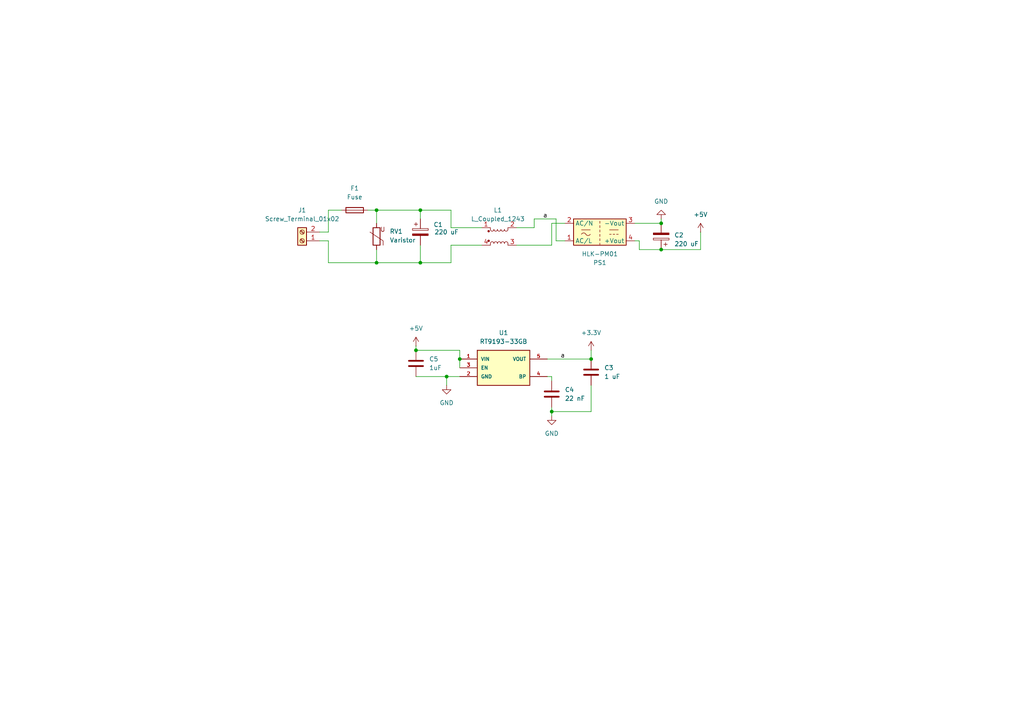
<source format=kicad_sch>
(kicad_sch
	(version 20250114)
	(generator "eeschema")
	(generator_version "9.0")
	(uuid "0280c4c4-278a-4801-9f10-c3d51c019976")
	(paper "A4")
	(lib_symbols
		(symbol "Connector:Screw_Terminal_01x02"
			(pin_names
				(offset 1.016)
				(hide yes)
			)
			(exclude_from_sim no)
			(in_bom yes)
			(on_board yes)
			(property "Reference" "J"
				(at 0 2.54 0)
				(effects
					(font
						(size 1.27 1.27)
					)
				)
			)
			(property "Value" "Screw_Terminal_01x02"
				(at 0 -5.08 0)
				(effects
					(font
						(size 1.27 1.27)
					)
				)
			)
			(property "Footprint" ""
				(at 0 0 0)
				(effects
					(font
						(size 1.27 1.27)
					)
					(hide yes)
				)
			)
			(property "Datasheet" "~"
				(at 0 0 0)
				(effects
					(font
						(size 1.27 1.27)
					)
					(hide yes)
				)
			)
			(property "Description" "Generic screw terminal, single row, 01x02, script generated (kicad-library-utils/schlib/autogen/connector/)"
				(at 0 0 0)
				(effects
					(font
						(size 1.27 1.27)
					)
					(hide yes)
				)
			)
			(property "ki_keywords" "screw terminal"
				(at 0 0 0)
				(effects
					(font
						(size 1.27 1.27)
					)
					(hide yes)
				)
			)
			(property "ki_fp_filters" "TerminalBlock*:*"
				(at 0 0 0)
				(effects
					(font
						(size 1.27 1.27)
					)
					(hide yes)
				)
			)
			(symbol "Screw_Terminal_01x02_1_1"
				(rectangle
					(start -1.27 1.27)
					(end 1.27 -3.81)
					(stroke
						(width 0.254)
						(type default)
					)
					(fill
						(type background)
					)
				)
				(polyline
					(pts
						(xy -0.5334 0.3302) (xy 0.3302 -0.508)
					)
					(stroke
						(width 0.1524)
						(type default)
					)
					(fill
						(type none)
					)
				)
				(polyline
					(pts
						(xy -0.5334 -2.2098) (xy 0.3302 -3.048)
					)
					(stroke
						(width 0.1524)
						(type default)
					)
					(fill
						(type none)
					)
				)
				(polyline
					(pts
						(xy -0.3556 0.508) (xy 0.508 -0.3302)
					)
					(stroke
						(width 0.1524)
						(type default)
					)
					(fill
						(type none)
					)
				)
				(polyline
					(pts
						(xy -0.3556 -2.032) (xy 0.508 -2.8702)
					)
					(stroke
						(width 0.1524)
						(type default)
					)
					(fill
						(type none)
					)
				)
				(circle
					(center 0 0)
					(radius 0.635)
					(stroke
						(width 0.1524)
						(type default)
					)
					(fill
						(type none)
					)
				)
				(circle
					(center 0 -2.54)
					(radius 0.635)
					(stroke
						(width 0.1524)
						(type default)
					)
					(fill
						(type none)
					)
				)
				(pin passive line
					(at -5.08 0 0)
					(length 3.81)
					(name "Pin_1"
						(effects
							(font
								(size 1.27 1.27)
							)
						)
					)
					(number "1"
						(effects
							(font
								(size 1.27 1.27)
							)
						)
					)
				)
				(pin passive line
					(at -5.08 -2.54 0)
					(length 3.81)
					(name "Pin_2"
						(effects
							(font
								(size 1.27 1.27)
							)
						)
					)
					(number "2"
						(effects
							(font
								(size 1.27 1.27)
							)
						)
					)
				)
			)
			(embedded_fonts no)
		)
		(symbol "Converter_ACDC:HLK-PM01"
			(exclude_from_sim no)
			(in_bom yes)
			(on_board yes)
			(property "Reference" "PS"
				(at 0 5.08 0)
				(effects
					(font
						(size 1.27 1.27)
					)
				)
			)
			(property "Value" "HLK-PM01"
				(at 0 -5.08 0)
				(effects
					(font
						(size 1.27 1.27)
					)
				)
			)
			(property "Footprint" "Converter_ACDC:Converter_ACDC_Hi-Link_HLK-PMxx"
				(at 0 -7.62 0)
				(effects
					(font
						(size 1.27 1.27)
					)
					(hide yes)
				)
			)
			(property "Datasheet" "https://h.hlktech.com/download/ACDC%E7%94%B5%E6%BA%90%E6%A8%A1%E5%9D%973W%E7%B3%BB%E5%88%97/1/%E6%B5%B7%E5%87%8C%E7%A7%913W%E7%B3%BB%E5%88%97%E7%94%B5%E6%BA%90%E6%A8%A1%E5%9D%97%E8%A7%84%E6%A0%BC%E4%B9%A6V2.8.pdf"
				(at 10.16 -8.89 0)
				(effects
					(font
						(size 1.27 1.27)
					)
					(hide yes)
				)
			)
			(property "Description" "Compact AC/DC board mount power module 3W 5V"
				(at 0 0 0)
				(effects
					(font
						(size 1.27 1.27)
					)
					(hide yes)
				)
			)
			(property "ki_keywords" "AC/DC module power supply"
				(at 0 0 0)
				(effects
					(font
						(size 1.27 1.27)
					)
					(hide yes)
				)
			)
			(property "ki_fp_filters" "Converter*ACDC*Hi?Link*HLK?PM*"
				(at 0 0 0)
				(effects
					(font
						(size 1.27 1.27)
					)
					(hide yes)
				)
			)
			(symbol "HLK-PM01_0_1"
				(rectangle
					(start -7.62 3.81)
					(end 7.62 -3.81)
					(stroke
						(width 0.254)
						(type default)
					)
					(fill
						(type background)
					)
				)
				(polyline
					(pts
						(xy -5.334 -0.635) (xy -2.794 -0.635)
					)
					(stroke
						(width 0)
						(type default)
					)
					(fill
						(type none)
					)
				)
				(arc
					(start -4.064 0.635)
					(mid -4.699 0.2495)
					(end -5.334 0.635)
					(stroke
						(width 0)
						(type default)
					)
					(fill
						(type none)
					)
				)
				(arc
					(start -4.064 0.635)
					(mid -3.429 1.0072)
					(end -2.794 0.635)
					(stroke
						(width 0)
						(type default)
					)
					(fill
						(type none)
					)
				)
				(polyline
					(pts
						(xy 0 3.81) (xy 0 3.175)
					)
					(stroke
						(width 0)
						(type default)
					)
					(fill
						(type none)
					)
				)
				(polyline
					(pts
						(xy 0 2.54) (xy 0 1.905)
					)
					(stroke
						(width 0)
						(type default)
					)
					(fill
						(type none)
					)
				)
				(polyline
					(pts
						(xy 0 1.27) (xy 0 0.635)
					)
					(stroke
						(width 0)
						(type default)
					)
					(fill
						(type none)
					)
				)
				(polyline
					(pts
						(xy 0 0) (xy 0 -0.635)
					)
					(stroke
						(width 0)
						(type default)
					)
					(fill
						(type none)
					)
				)
				(polyline
					(pts
						(xy 0 -1.27) (xy 0 -1.905)
					)
					(stroke
						(width 0)
						(type default)
					)
					(fill
						(type none)
					)
				)
				(polyline
					(pts
						(xy 0 -2.54) (xy 0 -3.175)
					)
					(stroke
						(width 0)
						(type default)
					)
					(fill
						(type none)
					)
				)
				(polyline
					(pts
						(xy 2.794 0.635) (xy 3.302 0.635)
					)
					(stroke
						(width 0)
						(type default)
					)
					(fill
						(type none)
					)
				)
				(polyline
					(pts
						(xy 2.794 -0.635) (xy 5.334 -0.635)
					)
					(stroke
						(width 0)
						(type default)
					)
					(fill
						(type none)
					)
				)
				(polyline
					(pts
						(xy 3.81 0.635) (xy 4.318 0.635)
					)
					(stroke
						(width 0)
						(type default)
					)
					(fill
						(type none)
					)
				)
				(polyline
					(pts
						(xy 4.826 0.635) (xy 5.334 0.635)
					)
					(stroke
						(width 0)
						(type default)
					)
					(fill
						(type none)
					)
				)
			)
			(symbol "HLK-PM01_1_1"
				(pin power_in line
					(at -10.16 2.54 0)
					(length 2.54)
					(name "AC/L"
						(effects
							(font
								(size 1.27 1.27)
							)
						)
					)
					(number "1"
						(effects
							(font
								(size 1.27 1.27)
							)
						)
					)
				)
				(pin power_in line
					(at -10.16 -2.54 0)
					(length 2.54)
					(name "AC/N"
						(effects
							(font
								(size 1.27 1.27)
							)
						)
					)
					(number "2"
						(effects
							(font
								(size 1.27 1.27)
							)
						)
					)
				)
				(pin power_out line
					(at 10.16 2.54 180)
					(length 2.54)
					(name "+Vout"
						(effects
							(font
								(size 1.27 1.27)
							)
						)
					)
					(number "4"
						(effects
							(font
								(size 1.27 1.27)
							)
						)
					)
				)
				(pin power_out line
					(at 10.16 -2.54 180)
					(length 2.54)
					(name "-Vout"
						(effects
							(font
								(size 1.27 1.27)
							)
						)
					)
					(number "3"
						(effects
							(font
								(size 1.27 1.27)
							)
						)
					)
				)
			)
			(embedded_fonts no)
		)
		(symbol "Device:C_Polarized"
			(pin_numbers
				(hide yes)
			)
			(pin_names
				(offset 0.254)
			)
			(exclude_from_sim no)
			(in_bom yes)
			(on_board yes)
			(property "Reference" "C"
				(at 0.635 2.54 0)
				(effects
					(font
						(size 1.27 1.27)
					)
					(justify left)
				)
			)
			(property "Value" "C_Polarized"
				(at 0.635 -2.54 0)
				(effects
					(font
						(size 1.27 1.27)
					)
					(justify left)
				)
			)
			(property "Footprint" ""
				(at 0.9652 -3.81 0)
				(effects
					(font
						(size 1.27 1.27)
					)
					(hide yes)
				)
			)
			(property "Datasheet" "~"
				(at 0 0 0)
				(effects
					(font
						(size 1.27 1.27)
					)
					(hide yes)
				)
			)
			(property "Description" "Polarized capacitor"
				(at 0 0 0)
				(effects
					(font
						(size 1.27 1.27)
					)
					(hide yes)
				)
			)
			(property "ki_keywords" "cap capacitor"
				(at 0 0 0)
				(effects
					(font
						(size 1.27 1.27)
					)
					(hide yes)
				)
			)
			(property "ki_fp_filters" "CP_*"
				(at 0 0 0)
				(effects
					(font
						(size 1.27 1.27)
					)
					(hide yes)
				)
			)
			(symbol "C_Polarized_0_1"
				(rectangle
					(start -2.286 0.508)
					(end 2.286 1.016)
					(stroke
						(width 0)
						(type default)
					)
					(fill
						(type none)
					)
				)
				(polyline
					(pts
						(xy -1.778 2.286) (xy -0.762 2.286)
					)
					(stroke
						(width 0)
						(type default)
					)
					(fill
						(type none)
					)
				)
				(polyline
					(pts
						(xy -1.27 2.794) (xy -1.27 1.778)
					)
					(stroke
						(width 0)
						(type default)
					)
					(fill
						(type none)
					)
				)
				(rectangle
					(start 2.286 -0.508)
					(end -2.286 -1.016)
					(stroke
						(width 0)
						(type default)
					)
					(fill
						(type outline)
					)
				)
			)
			(symbol "C_Polarized_1_1"
				(pin passive line
					(at 0 3.81 270)
					(length 2.794)
					(name "~"
						(effects
							(font
								(size 1.27 1.27)
							)
						)
					)
					(number "1"
						(effects
							(font
								(size 1.27 1.27)
							)
						)
					)
				)
				(pin passive line
					(at 0 -3.81 90)
					(length 2.794)
					(name "~"
						(effects
							(font
								(size 1.27 1.27)
							)
						)
					)
					(number "2"
						(effects
							(font
								(size 1.27 1.27)
							)
						)
					)
				)
			)
			(embedded_fonts no)
		)
		(symbol "Device:Fuse"
			(pin_numbers
				(hide yes)
			)
			(pin_names
				(offset 0)
			)
			(exclude_from_sim no)
			(in_bom yes)
			(on_board yes)
			(property "Reference" "F"
				(at 2.032 0 90)
				(effects
					(font
						(size 1.27 1.27)
					)
				)
			)
			(property "Value" "Fuse"
				(at -1.905 0 90)
				(effects
					(font
						(size 1.27 1.27)
					)
				)
			)
			(property "Footprint" ""
				(at -1.778 0 90)
				(effects
					(font
						(size 1.27 1.27)
					)
					(hide yes)
				)
			)
			(property "Datasheet" "~"
				(at 0 0 0)
				(effects
					(font
						(size 1.27 1.27)
					)
					(hide yes)
				)
			)
			(property "Description" "Fuse"
				(at 0 0 0)
				(effects
					(font
						(size 1.27 1.27)
					)
					(hide yes)
				)
			)
			(property "ki_keywords" "fuse"
				(at 0 0 0)
				(effects
					(font
						(size 1.27 1.27)
					)
					(hide yes)
				)
			)
			(property "ki_fp_filters" "*Fuse*"
				(at 0 0 0)
				(effects
					(font
						(size 1.27 1.27)
					)
					(hide yes)
				)
			)
			(symbol "Fuse_0_1"
				(rectangle
					(start -0.762 -2.54)
					(end 0.762 2.54)
					(stroke
						(width 0.254)
						(type default)
					)
					(fill
						(type none)
					)
				)
				(polyline
					(pts
						(xy 0 2.54) (xy 0 -2.54)
					)
					(stroke
						(width 0)
						(type default)
					)
					(fill
						(type none)
					)
				)
			)
			(symbol "Fuse_1_1"
				(pin passive line
					(at 0 3.81 270)
					(length 1.27)
					(name "~"
						(effects
							(font
								(size 1.27 1.27)
							)
						)
					)
					(number "1"
						(effects
							(font
								(size 1.27 1.27)
							)
						)
					)
				)
				(pin passive line
					(at 0 -3.81 90)
					(length 1.27)
					(name "~"
						(effects
							(font
								(size 1.27 1.27)
							)
						)
					)
					(number "2"
						(effects
							(font
								(size 1.27 1.27)
							)
						)
					)
				)
			)
			(embedded_fonts no)
		)
		(symbol "Device:L_Coupled_1243"
			(pin_names
				(offset 0.254)
				(hide yes)
			)
			(exclude_from_sim no)
			(in_bom yes)
			(on_board yes)
			(property "Reference" "L"
				(at 0 4.445 0)
				(effects
					(font
						(size 1.27 1.27)
					)
				)
			)
			(property "Value" "L_Coupled_1243"
				(at 0 -4.445 0)
				(effects
					(font
						(size 1.27 1.27)
					)
				)
			)
			(property "Footprint" ""
				(at 0 0 0)
				(effects
					(font
						(size 1.27 1.27)
					)
					(hide yes)
				)
			)
			(property "Datasheet" "~"
				(at 0 0 0)
				(effects
					(font
						(size 1.27 1.27)
					)
					(hide yes)
				)
			)
			(property "Description" "Coupled inductor"
				(at 0 0 0)
				(effects
					(font
						(size 1.27 1.27)
					)
					(hide yes)
				)
			)
			(property "ki_keywords" "inductor choke coil reactor magnetic coupled"
				(at 0 0 0)
				(effects
					(font
						(size 1.27 1.27)
					)
					(hide yes)
				)
			)
			(property "ki_fp_filters" "Choke_* *Coil* Inductor_* L_*"
				(at 0 0 0)
				(effects
					(font
						(size 1.27 1.27)
					)
					(hide yes)
				)
			)
			(symbol "L_Coupled_1243_0_1"
				(circle
					(center -3.048 1.524)
					(radius 0.254)
					(stroke
						(width 0)
						(type default)
					)
					(fill
						(type outline)
					)
				)
				(circle
					(center -3.048 -1.27)
					(radius 0.254)
					(stroke
						(width 0)
						(type default)
					)
					(fill
						(type outline)
					)
				)
				(polyline
					(pts
						(xy -2.54 2.032) (xy -2.54 2.54)
					)
					(stroke
						(width 0)
						(type default)
					)
					(fill
						(type none)
					)
				)
				(polyline
					(pts
						(xy -2.54 -2.032) (xy -2.54 -2.54)
					)
					(stroke
						(width 0)
						(type default)
					)
					(fill
						(type none)
					)
				)
				(arc
					(start -1.524 2.032)
					(mid -2.032 1.5262)
					(end -2.54 2.032)
					(stroke
						(width 0)
						(type default)
					)
					(fill
						(type none)
					)
				)
				(arc
					(start -2.54 -2.032)
					(mid -2.032 -1.5262)
					(end -1.524 -2.032)
					(stroke
						(width 0)
						(type default)
					)
					(fill
						(type none)
					)
				)
				(arc
					(start -0.508 2.032)
					(mid -1.016 1.5262)
					(end -1.524 2.032)
					(stroke
						(width 0)
						(type default)
					)
					(fill
						(type none)
					)
				)
				(arc
					(start -1.524 -2.032)
					(mid -1.016 -1.5262)
					(end -0.508 -2.032)
					(stroke
						(width 0)
						(type default)
					)
					(fill
						(type none)
					)
				)
				(arc
					(start 0.508 2.032)
					(mid 0 1.5262)
					(end -0.508 2.032)
					(stroke
						(width 0)
						(type default)
					)
					(fill
						(type none)
					)
				)
				(arc
					(start -0.508 -2.032)
					(mid 0 -1.5262)
					(end 0.508 -2.032)
					(stroke
						(width 0)
						(type default)
					)
					(fill
						(type none)
					)
				)
				(arc
					(start 1.524 2.032)
					(mid 1.016 1.5262)
					(end 0.508 2.032)
					(stroke
						(width 0)
						(type default)
					)
					(fill
						(type none)
					)
				)
				(arc
					(start 0.508 -2.032)
					(mid 1.016 -1.5262)
					(end 1.524 -2.032)
					(stroke
						(width 0)
						(type default)
					)
					(fill
						(type none)
					)
				)
				(arc
					(start 2.54 2.032)
					(mid 2.032 1.5262)
					(end 1.524 2.032)
					(stroke
						(width 0)
						(type default)
					)
					(fill
						(type none)
					)
				)
				(arc
					(start 1.524 -2.032)
					(mid 2.032 -1.5262)
					(end 2.54 -2.032)
					(stroke
						(width 0)
						(type default)
					)
					(fill
						(type none)
					)
				)
				(polyline
					(pts
						(xy 2.54 2.54) (xy 2.54 2.032)
					)
					(stroke
						(width 0)
						(type default)
					)
					(fill
						(type none)
					)
				)
				(polyline
					(pts
						(xy 2.54 -2.032) (xy 2.54 -2.54)
					)
					(stroke
						(width 0)
						(type default)
					)
					(fill
						(type none)
					)
				)
			)
			(symbol "L_Coupled_1243_1_1"
				(pin passive line
					(at -5.08 2.54 0)
					(length 2.54)
					(name "1"
						(effects
							(font
								(size 1.27 1.27)
							)
						)
					)
					(number "1"
						(effects
							(font
								(size 1.27 1.27)
							)
						)
					)
				)
				(pin passive line
					(at -5.08 -2.54 0)
					(length 2.54)
					(name "4"
						(effects
							(font
								(size 1.27 1.27)
							)
						)
					)
					(number "4"
						(effects
							(font
								(size 1.27 1.27)
							)
						)
					)
				)
				(pin passive line
					(at 5.08 2.54 180)
					(length 2.54)
					(name "2"
						(effects
							(font
								(size 1.27 1.27)
							)
						)
					)
					(number "2"
						(effects
							(font
								(size 1.27 1.27)
							)
						)
					)
				)
				(pin passive line
					(at 5.08 -2.54 180)
					(length 2.54)
					(name "3"
						(effects
							(font
								(size 1.27 1.27)
							)
						)
					)
					(number "3"
						(effects
							(font
								(size 1.27 1.27)
							)
						)
					)
				)
			)
			(embedded_fonts no)
		)
		(symbol "Device:Varistor"
			(pin_numbers
				(hide yes)
			)
			(pin_names
				(offset 0)
			)
			(exclude_from_sim no)
			(in_bom yes)
			(on_board yes)
			(property "Reference" "RV"
				(at 3.175 0 90)
				(effects
					(font
						(size 1.27 1.27)
					)
				)
			)
			(property "Value" "Varistor"
				(at -3.175 0 90)
				(effects
					(font
						(size 1.27 1.27)
					)
				)
			)
			(property "Footprint" ""
				(at -1.778 0 90)
				(effects
					(font
						(size 1.27 1.27)
					)
					(hide yes)
				)
			)
			(property "Datasheet" "~"
				(at 0 0 0)
				(effects
					(font
						(size 1.27 1.27)
					)
					(hide yes)
				)
			)
			(property "Description" "Voltage dependent resistor"
				(at 0 0 0)
				(effects
					(font
						(size 1.27 1.27)
					)
					(hide yes)
				)
			)
			(property "Sim.Name" "kicad_builtin_varistor"
				(at 0 0 0)
				(effects
					(font
						(size 1.27 1.27)
					)
					(hide yes)
				)
			)
			(property "Sim.Device" "SUBCKT"
				(at 0 0 0)
				(effects
					(font
						(size 1.27 1.27)
					)
					(hide yes)
				)
			)
			(property "Sim.Pins" "1=A 2=B"
				(at 0 0 0)
				(effects
					(font
						(size 1.27 1.27)
					)
					(hide yes)
				)
			)
			(property "Sim.Params" "threshold=1k"
				(at 0 0 0)
				(effects
					(font
						(size 1.27 1.27)
					)
					(hide yes)
				)
			)
			(property "Sim.Library" "${KICAD7_SYMBOL_DIR}/Simulation_SPICE.sp"
				(at 0 0 0)
				(effects
					(font
						(size 1.27 1.27)
					)
					(hide yes)
				)
			)
			(property "ki_keywords" "VDR resistance"
				(at 0 0 0)
				(effects
					(font
						(size 1.27 1.27)
					)
					(hide yes)
				)
			)
			(property "ki_fp_filters" "RV_* Varistor*"
				(at 0 0 0)
				(effects
					(font
						(size 1.27 1.27)
					)
					(hide yes)
				)
			)
			(symbol "Varistor_0_0"
				(text "U"
					(at -1.778 -2.032 0)
					(effects
						(font
							(size 1.27 1.27)
						)
					)
				)
			)
			(symbol "Varistor_0_1"
				(polyline
					(pts
						(xy -1.905 2.54) (xy -1.905 1.27) (xy 1.905 -1.27)
					)
					(stroke
						(width 0)
						(type default)
					)
					(fill
						(type none)
					)
				)
				(rectangle
					(start -1.016 -2.54)
					(end 1.016 2.54)
					(stroke
						(width 0.254)
						(type default)
					)
					(fill
						(type none)
					)
				)
			)
			(symbol "Varistor_1_1"
				(pin passive line
					(at 0 3.81 270)
					(length 1.27)
					(name "~"
						(effects
							(font
								(size 1.27 1.27)
							)
						)
					)
					(number "1"
						(effects
							(font
								(size 1.27 1.27)
							)
						)
					)
				)
				(pin passive line
					(at 0 -3.81 90)
					(length 1.27)
					(name "~"
						(effects
							(font
								(size 1.27 1.27)
							)
						)
					)
					(number "2"
						(effects
							(font
								(size 1.27 1.27)
							)
						)
					)
				)
			)
			(embedded_fonts no)
		)
		(symbol "IVS_SYMBOLS:C"
			(pin_numbers
				(hide yes)
			)
			(pin_names
				(offset 0.254)
			)
			(exclude_from_sim no)
			(in_bom yes)
			(on_board yes)
			(property "Reference" "C"
				(at 0.635 2.54 0)
				(effects
					(font
						(size 1.27 1.27)
					)
					(justify left)
				)
			)
			(property "Value" "C"
				(at 0.635 -2.54 0)
				(effects
					(font
						(size 1.27 1.27)
					)
					(justify left)
				)
			)
			(property "Footprint" ""
				(at 0.9652 -3.81 0)
				(effects
					(font
						(size 1.27 1.27)
					)
					(hide yes)
				)
			)
			(property "Datasheet" "~"
				(at 0 0 0)
				(effects
					(font
						(size 1.27 1.27)
					)
					(hide yes)
				)
			)
			(property "Description" "Unpolarized capacitor"
				(at 0 0 0)
				(effects
					(font
						(size 1.27 1.27)
					)
					(hide yes)
				)
			)
			(property "ki_keywords" "cap capacitor"
				(at 0 0 0)
				(effects
					(font
						(size 1.27 1.27)
					)
					(hide yes)
				)
			)
			(property "ki_fp_filters" "C_*"
				(at 0 0 0)
				(effects
					(font
						(size 1.27 1.27)
					)
					(hide yes)
				)
			)
			(symbol "C_0_1"
				(polyline
					(pts
						(xy -2.032 0.762) (xy 2.032 0.762)
					)
					(stroke
						(width 0.508)
						(type default)
					)
					(fill
						(type none)
					)
				)
				(polyline
					(pts
						(xy -2.032 -0.762) (xy 2.032 -0.762)
					)
					(stroke
						(width 0.508)
						(type default)
					)
					(fill
						(type none)
					)
				)
			)
			(symbol "C_1_1"
				(pin passive line
					(at 0 3.81 270)
					(length 2.794)
					(name "~"
						(effects
							(font
								(size 1.27 1.27)
							)
						)
					)
					(number "1"
						(effects
							(font
								(size 1.27 1.27)
							)
						)
					)
				)
				(pin passive line
					(at 0 -3.81 90)
					(length 2.794)
					(name "~"
						(effects
							(font
								(size 1.27 1.27)
							)
						)
					)
					(number "2"
						(effects
							(font
								(size 1.27 1.27)
							)
						)
					)
				)
			)
			(embedded_fonts no)
		)
		(symbol "IVS_SYMBOLS:RT9193-33GB"
			(pin_names
				(offset 1.016)
			)
			(exclude_from_sim no)
			(in_bom yes)
			(on_board yes)
			(property "Reference" "U"
				(at -6.3582 6.3582 0)
				(effects
					(font
						(size 1.27 1.27)
					)
					(justify left bottom)
				)
			)
			(property "Value" "RT9193-33GB"
				(at -6.3733 -8.9227 0)
				(effects
					(font
						(size 1.27 1.27)
					)
					(justify left bottom)
				)
			)
			(property "Footprint" "IVS_FOOTPRINTS:SOT23-5"
				(at 0 0 0)
				(effects
					(font
						(size 1.27 1.27)
					)
					(justify bottom)
					(hide yes)
				)
			)
			(property "Datasheet" "https://www.richtek.com/assets/product_file/RT9193/DS9193-18.pdf"
				(at 0 0 0)
				(effects
					(font
						(size 1.27 1.27)
					)
					(hide yes)
				)
			)
			(property "Description" ""
				(at 0 0 0)
				(effects
					(font
						(size 1.27 1.27)
					)
					(hide yes)
				)
			)
			(property "PRICE" "$0.19 USD"
				(at 0 0 0)
				(effects
					(font
						(size 1.27 1.27)
					)
					(justify bottom)
					(hide yes)
				)
			)
			(property "MP" "RT9193-33GB"
				(at 0 0 0)
				(effects
					(font
						(size 1.27 1.27)
					)
					(justify bottom)
					(hide yes)
				)
			)
			(property "AVAILABILITY" "Good"
				(at 0 0 0)
				(effects
					(font
						(size 1.27 1.27)
					)
					(justify bottom)
					(hide yes)
				)
			)
			(property "PACKAGE" "SOT-23-5"
				(at 0 0 0)
				(effects
					(font
						(size 1.27 1.27)
					)
					(justify bottom)
					(hide yes)
				)
			)
			(property "MF" "RICHTEK"
				(at 0 0 0)
				(effects
					(font
						(size 1.27 1.27)
					)
					(justify bottom)
					(hide yes)
				)
			)
			(property "ki_keywords" "RT9193"
				(at 0 0 0)
				(effects
					(font
						(size 1.27 1.27)
					)
					(hide yes)
				)
			)
			(symbol "RT9193-33GB_0_0"
				(rectangle
					(start -7.62 -5.08)
					(end 7.62 5.08)
					(stroke
						(width 0.254)
						(type default)
					)
					(fill
						(type background)
					)
				)
				(pin input line
					(at -12.7 2.54 0)
					(length 5.08)
					(name "VIN"
						(effects
							(font
								(size 1.016 1.016)
							)
						)
					)
					(number "1"
						(effects
							(font
								(size 1.016 1.016)
							)
						)
					)
				)
				(pin input line
					(at -12.7 0 0)
					(length 5.08)
					(name "EN"
						(effects
							(font
								(size 1.016 1.016)
							)
						)
					)
					(number "3"
						(effects
							(font
								(size 1.016 1.016)
							)
						)
					)
				)
				(pin power_in line
					(at -12.7 -2.54 0)
					(length 5.08)
					(name "GND"
						(effects
							(font
								(size 1.016 1.016)
							)
						)
					)
					(number "2"
						(effects
							(font
								(size 1.016 1.016)
							)
						)
					)
				)
				(pin output line
					(at 12.7 2.54 180)
					(length 5.08)
					(name "VOUT"
						(effects
							(font
								(size 1.016 1.016)
							)
						)
					)
					(number "5"
						(effects
							(font
								(size 1.016 1.016)
							)
						)
					)
				)
				(pin passive line
					(at 12.7 -2.54 180)
					(length 5.08)
					(name "BP"
						(effects
							(font
								(size 1.016 1.016)
							)
						)
					)
					(number "4"
						(effects
							(font
								(size 1.016 1.016)
							)
						)
					)
				)
			)
			(embedded_fonts no)
		)
		(symbol "power:+3.3V"
			(power)
			(pin_numbers
				(hide yes)
			)
			(pin_names
				(offset 0)
				(hide yes)
			)
			(exclude_from_sim no)
			(in_bom yes)
			(on_board yes)
			(property "Reference" "#PWR"
				(at 0 -3.81 0)
				(effects
					(font
						(size 1.27 1.27)
					)
					(hide yes)
				)
			)
			(property "Value" "+3.3V"
				(at 0 3.556 0)
				(effects
					(font
						(size 1.27 1.27)
					)
				)
			)
			(property "Footprint" ""
				(at 0 0 0)
				(effects
					(font
						(size 1.27 1.27)
					)
					(hide yes)
				)
			)
			(property "Datasheet" ""
				(at 0 0 0)
				(effects
					(font
						(size 1.27 1.27)
					)
					(hide yes)
				)
			)
			(property "Description" "Power symbol creates a global label with name \"+3.3V\""
				(at 0 0 0)
				(effects
					(font
						(size 1.27 1.27)
					)
					(hide yes)
				)
			)
			(property "ki_keywords" "global power"
				(at 0 0 0)
				(effects
					(font
						(size 1.27 1.27)
					)
					(hide yes)
				)
			)
			(symbol "+3.3V_0_1"
				(polyline
					(pts
						(xy -0.762 1.27) (xy 0 2.54)
					)
					(stroke
						(width 0)
						(type default)
					)
					(fill
						(type none)
					)
				)
				(polyline
					(pts
						(xy 0 2.54) (xy 0.762 1.27)
					)
					(stroke
						(width 0)
						(type default)
					)
					(fill
						(type none)
					)
				)
				(polyline
					(pts
						(xy 0 0) (xy 0 2.54)
					)
					(stroke
						(width 0)
						(type default)
					)
					(fill
						(type none)
					)
				)
			)
			(symbol "+3.3V_1_1"
				(pin power_in line
					(at 0 0 90)
					(length 0)
					(name "~"
						(effects
							(font
								(size 1.27 1.27)
							)
						)
					)
					(number "1"
						(effects
							(font
								(size 1.27 1.27)
							)
						)
					)
				)
			)
			(embedded_fonts no)
		)
		(symbol "power:+5V"
			(power)
			(pin_numbers
				(hide yes)
			)
			(pin_names
				(offset 0)
				(hide yes)
			)
			(exclude_from_sim no)
			(in_bom yes)
			(on_board yes)
			(property "Reference" "#PWR"
				(at 0 -3.81 0)
				(effects
					(font
						(size 1.27 1.27)
					)
					(hide yes)
				)
			)
			(property "Value" "+5V"
				(at 0 3.556 0)
				(effects
					(font
						(size 1.27 1.27)
					)
				)
			)
			(property "Footprint" ""
				(at 0 0 0)
				(effects
					(font
						(size 1.27 1.27)
					)
					(hide yes)
				)
			)
			(property "Datasheet" ""
				(at 0 0 0)
				(effects
					(font
						(size 1.27 1.27)
					)
					(hide yes)
				)
			)
			(property "Description" "Power symbol creates a global label with name \"+5V\""
				(at 0 0 0)
				(effects
					(font
						(size 1.27 1.27)
					)
					(hide yes)
				)
			)
			(property "ki_keywords" "global power"
				(at 0 0 0)
				(effects
					(font
						(size 1.27 1.27)
					)
					(hide yes)
				)
			)
			(symbol "+5V_0_1"
				(polyline
					(pts
						(xy -0.762 1.27) (xy 0 2.54)
					)
					(stroke
						(width 0)
						(type default)
					)
					(fill
						(type none)
					)
				)
				(polyline
					(pts
						(xy 0 2.54) (xy 0.762 1.27)
					)
					(stroke
						(width 0)
						(type default)
					)
					(fill
						(type none)
					)
				)
				(polyline
					(pts
						(xy 0 0) (xy 0 2.54)
					)
					(stroke
						(width 0)
						(type default)
					)
					(fill
						(type none)
					)
				)
			)
			(symbol "+5V_1_1"
				(pin power_in line
					(at 0 0 90)
					(length 0)
					(name "~"
						(effects
							(font
								(size 1.27 1.27)
							)
						)
					)
					(number "1"
						(effects
							(font
								(size 1.27 1.27)
							)
						)
					)
				)
			)
			(embedded_fonts no)
		)
		(symbol "power:GND"
			(power)
			(pin_numbers
				(hide yes)
			)
			(pin_names
				(offset 0)
				(hide yes)
			)
			(exclude_from_sim no)
			(in_bom yes)
			(on_board yes)
			(property "Reference" "#PWR"
				(at 0 -6.35 0)
				(effects
					(font
						(size 1.27 1.27)
					)
					(hide yes)
				)
			)
			(property "Value" "GND"
				(at 0 -3.81 0)
				(effects
					(font
						(size 1.27 1.27)
					)
				)
			)
			(property "Footprint" ""
				(at 0 0 0)
				(effects
					(font
						(size 1.27 1.27)
					)
					(hide yes)
				)
			)
			(property "Datasheet" ""
				(at 0 0 0)
				(effects
					(font
						(size 1.27 1.27)
					)
					(hide yes)
				)
			)
			(property "Description" "Power symbol creates a global label with name \"GND\" , ground"
				(at 0 0 0)
				(effects
					(font
						(size 1.27 1.27)
					)
					(hide yes)
				)
			)
			(property "ki_keywords" "global power"
				(at 0 0 0)
				(effects
					(font
						(size 1.27 1.27)
					)
					(hide yes)
				)
			)
			(symbol "GND_0_1"
				(polyline
					(pts
						(xy 0 0) (xy 0 -1.27) (xy 1.27 -1.27) (xy 0 -2.54) (xy -1.27 -1.27) (xy 0 -1.27)
					)
					(stroke
						(width 0)
						(type default)
					)
					(fill
						(type none)
					)
				)
			)
			(symbol "GND_1_1"
				(pin power_in line
					(at 0 0 270)
					(length 0)
					(name "~"
						(effects
							(font
								(size 1.27 1.27)
							)
						)
					)
					(number "1"
						(effects
							(font
								(size 1.27 1.27)
							)
						)
					)
				)
			)
			(embedded_fonts no)
		)
	)
	(junction
		(at 109.22 76.2)
		(diameter 0)
		(color 0 0 0 0)
		(uuid "182acd40-b43c-4f06-83e9-48b7a45b99f0")
	)
	(junction
		(at 133.35 104.14)
		(diameter 0)
		(color 0 0 0 0)
		(uuid "40ba7dd3-e0f0-4c77-b82c-046e7a2e906c")
	)
	(junction
		(at 121.92 76.2)
		(diameter 0)
		(color 0 0 0 0)
		(uuid "663b003d-c2d7-4a6b-8cb5-ecedbe4bbb5d")
	)
	(junction
		(at 191.77 72.39)
		(diameter 0)
		(color 0 0 0 0)
		(uuid "6b3b794c-a6f0-4723-a6e8-13d10602d246")
	)
	(junction
		(at 120.65 101.6)
		(diameter 0)
		(color 0 0 0 0)
		(uuid "6cb8caf2-6056-4225-88ec-8ec3da6f4b8f")
	)
	(junction
		(at 160.02 119.38)
		(diameter 0)
		(color 0 0 0 0)
		(uuid "7d50224c-1bda-4dfb-b822-e48ab607693a")
	)
	(junction
		(at 109.22 60.96)
		(diameter 0)
		(color 0 0 0 0)
		(uuid "937b2e1f-c408-4d7e-b383-41cca09b02cf")
	)
	(junction
		(at 129.54 109.22)
		(diameter 0)
		(color 0 0 0 0)
		(uuid "941c5576-a4d5-4b14-b117-e23f8f76947c")
	)
	(junction
		(at 121.92 60.96)
		(diameter 0)
		(color 0 0 0 0)
		(uuid "c1d10ada-dcb6-4541-b3b7-df86fc7abc64")
	)
	(junction
		(at 171.45 104.14)
		(diameter 0)
		(color 0 0 0 0)
		(uuid "e3ec2bf2-dbe7-48ba-910f-8e541c4873cf")
	)
	(junction
		(at 191.77 64.77)
		(diameter 0)
		(color 0 0 0 0)
		(uuid "f3d52a48-d612-412d-91b0-adc887ee621e")
	)
	(wire
		(pts
			(xy 109.22 60.96) (xy 121.92 60.96)
		)
		(stroke
			(width 0)
			(type default)
		)
		(uuid "13f8ed79-1c6c-445e-a4c9-0854a2577721")
	)
	(wire
		(pts
			(xy 154.94 66.04) (xy 154.94 63.5)
		)
		(stroke
			(width 0)
			(type default)
		)
		(uuid "17900a89-d82b-46ef-b5c0-25a86e186c44")
	)
	(wire
		(pts
			(xy 139.7 71.12) (xy 130.81 71.12)
		)
		(stroke
			(width 0)
			(type default)
		)
		(uuid "1df4e420-a4b5-4de3-bde8-466ba65ee10c")
	)
	(wire
		(pts
			(xy 109.22 60.96) (xy 109.22 64.77)
		)
		(stroke
			(width 0)
			(type default)
		)
		(uuid "1e151780-a9af-4104-8698-3abd4d7d5d46")
	)
	(wire
		(pts
			(xy 109.22 76.2) (xy 95.25 76.2)
		)
		(stroke
			(width 0)
			(type default)
		)
		(uuid "291a05a2-a5f5-46dd-a775-232c9d30f846")
	)
	(wire
		(pts
			(xy 185.42 72.39) (xy 191.77 72.39)
		)
		(stroke
			(width 0)
			(type default)
		)
		(uuid "2ae182e2-93be-4f50-ade5-038ace07eaab")
	)
	(wire
		(pts
			(xy 130.81 76.2) (xy 121.92 76.2)
		)
		(stroke
			(width 0)
			(type default)
		)
		(uuid "33b5a019-d7db-415f-8b8a-af98df34ac4b")
	)
	(wire
		(pts
			(xy 160.02 119.38) (xy 160.02 120.65)
		)
		(stroke
			(width 0)
			(type default)
		)
		(uuid "35b79c89-7079-429d-84a3-252187cde1a7")
	)
	(wire
		(pts
			(xy 184.15 69.85) (xy 185.42 69.85)
		)
		(stroke
			(width 0)
			(type default)
		)
		(uuid "3d4d6b7c-780c-469e-b813-fe72c9d16925")
	)
	(wire
		(pts
			(xy 133.35 104.14) (xy 133.35 106.68)
		)
		(stroke
			(width 0)
			(type default)
		)
		(uuid "5befeefd-38b8-415c-aa3c-ab91aec6a7a7")
	)
	(wire
		(pts
			(xy 160.02 109.22) (xy 160.02 110.49)
		)
		(stroke
			(width 0)
			(type default)
		)
		(uuid "5bf4dda6-dffa-41d1-b553-6b99f3fd236d")
	)
	(wire
		(pts
			(xy 130.81 60.96) (xy 130.81 66.04)
		)
		(stroke
			(width 0)
			(type default)
		)
		(uuid "5cc65b55-ac08-4631-be72-0d5f5457c1bf")
	)
	(wire
		(pts
			(xy 92.71 69.85) (xy 95.25 69.85)
		)
		(stroke
			(width 0)
			(type default)
		)
		(uuid "651e2d3c-dc2d-4207-b127-a11c1029ae75")
	)
	(wire
		(pts
			(xy 95.25 60.96) (xy 99.06 60.96)
		)
		(stroke
			(width 0)
			(type default)
		)
		(uuid "65a8564f-daf7-4346-877c-c5a68cd4284a")
	)
	(wire
		(pts
			(xy 154.94 63.5) (xy 161.29 63.5)
		)
		(stroke
			(width 0)
			(type default)
		)
		(uuid "68367ace-244f-4854-ad07-c3bcc0ae01df")
	)
	(wire
		(pts
			(xy 160.02 71.12) (xy 160.02 64.77)
		)
		(stroke
			(width 0)
			(type default)
		)
		(uuid "78448d2c-448a-43ee-9f62-d9c2f379c2a0")
	)
	(wire
		(pts
			(xy 149.86 71.12) (xy 160.02 71.12)
		)
		(stroke
			(width 0)
			(type default)
		)
		(uuid "7e846853-d87f-4b33-87c0-1b87bf2e6da1")
	)
	(wire
		(pts
			(xy 95.25 67.31) (xy 95.25 60.96)
		)
		(stroke
			(width 0)
			(type default)
		)
		(uuid "842a8070-9b82-417f-b652-2a7c7807e098")
	)
	(wire
		(pts
			(xy 191.77 63.5) (xy 191.77 64.77)
		)
		(stroke
			(width 0)
			(type default)
		)
		(uuid "89e14a4f-2fb4-409c-80f4-6a6cec68895f")
	)
	(wire
		(pts
			(xy 121.92 60.96) (xy 121.92 63.5)
		)
		(stroke
			(width 0)
			(type default)
		)
		(uuid "8d8512d4-6b21-4439-ad26-04da01b490ad")
	)
	(wire
		(pts
			(xy 133.35 101.6) (xy 133.35 104.14)
		)
		(stroke
			(width 0)
			(type default)
		)
		(uuid "9087d594-7fbb-46b7-9385-948bb0f3d847")
	)
	(wire
		(pts
			(xy 92.71 67.31) (xy 95.25 67.31)
		)
		(stroke
			(width 0)
			(type default)
		)
		(uuid "9807afa4-8d43-4699-87f5-61c1519941d1")
	)
	(wire
		(pts
			(xy 185.42 69.85) (xy 185.42 72.39)
		)
		(stroke
			(width 0)
			(type default)
		)
		(uuid "a2d469dc-68fe-43a2-ae58-2a4128b936d8")
	)
	(wire
		(pts
			(xy 161.29 63.5) (xy 161.29 69.85)
		)
		(stroke
			(width 0)
			(type default)
		)
		(uuid "a2e598ea-130a-4a09-8e4a-bae90a95b67b")
	)
	(wire
		(pts
			(xy 158.75 109.22) (xy 160.02 109.22)
		)
		(stroke
			(width 0)
			(type default)
		)
		(uuid "a5877047-3925-4114-a4d4-460513713bfa")
	)
	(wire
		(pts
			(xy 160.02 118.11) (xy 160.02 119.38)
		)
		(stroke
			(width 0)
			(type default)
		)
		(uuid "a617a01a-bcc5-47c4-af44-d40830aafe01")
	)
	(wire
		(pts
			(xy 171.45 111.76) (xy 171.45 119.38)
		)
		(stroke
			(width 0)
			(type default)
		)
		(uuid "ac64a6c1-eebb-4d20-8e54-5693446fbd8e")
	)
	(wire
		(pts
			(xy 130.81 66.04) (xy 139.7 66.04)
		)
		(stroke
			(width 0)
			(type default)
		)
		(uuid "b37f0c7a-73bd-41c9-a709-efb2e18f4e39")
	)
	(wire
		(pts
			(xy 171.45 101.6) (xy 171.45 104.14)
		)
		(stroke
			(width 0)
			(type default)
		)
		(uuid "b604e615-20bd-4ab9-bf08-e9eb69f41098")
	)
	(wire
		(pts
			(xy 171.45 119.38) (xy 160.02 119.38)
		)
		(stroke
			(width 0)
			(type default)
		)
		(uuid "b62a1b02-f8a9-4752-8251-6a67449cfa09")
	)
	(wire
		(pts
			(xy 120.65 100.33) (xy 120.65 101.6)
		)
		(stroke
			(width 0)
			(type default)
		)
		(uuid "b9080668-59ac-4846-8df6-d9c2cafda2f2")
	)
	(wire
		(pts
			(xy 133.35 101.6) (xy 120.65 101.6)
		)
		(stroke
			(width 0)
			(type default)
		)
		(uuid "bbcfd675-53a8-4499-a9e2-2218d117330c")
	)
	(wire
		(pts
			(xy 184.15 64.77) (xy 191.77 64.77)
		)
		(stroke
			(width 0)
			(type default)
		)
		(uuid "c136c388-5278-4323-a854-304fe4a48526")
	)
	(wire
		(pts
			(xy 106.68 60.96) (xy 109.22 60.96)
		)
		(stroke
			(width 0)
			(type default)
		)
		(uuid "c21c64d6-cdd8-48fa-b157-3323539dfb12")
	)
	(wire
		(pts
			(xy 121.92 71.12) (xy 121.92 76.2)
		)
		(stroke
			(width 0)
			(type default)
		)
		(uuid "ca6c9bcf-9975-4d2d-8dae-3eb7f36427b0")
	)
	(wire
		(pts
			(xy 203.2 67.31) (xy 203.2 72.39)
		)
		(stroke
			(width 0)
			(type default)
		)
		(uuid "cc18fb52-f3a3-4b64-8b94-d88a8583edfd")
	)
	(wire
		(pts
			(xy 129.54 109.22) (xy 129.54 111.76)
		)
		(stroke
			(width 0)
			(type default)
		)
		(uuid "ccb6288c-9d66-48cc-964d-c9708e15c783")
	)
	(wire
		(pts
			(xy 95.25 76.2) (xy 95.25 69.85)
		)
		(stroke
			(width 0)
			(type default)
		)
		(uuid "d0442f2d-ddd4-4784-80a0-be792500c95f")
	)
	(wire
		(pts
			(xy 149.86 66.04) (xy 154.94 66.04)
		)
		(stroke
			(width 0)
			(type default)
		)
		(uuid "d1e4c874-b6f1-469d-8646-cc0f1177d771")
	)
	(wire
		(pts
			(xy 129.54 109.22) (xy 133.35 109.22)
		)
		(stroke
			(width 0)
			(type default)
		)
		(uuid "dc274b09-9dd3-4a28-bc51-0fde5b4b80bb")
	)
	(wire
		(pts
			(xy 120.65 109.22) (xy 129.54 109.22)
		)
		(stroke
			(width 0)
			(type default)
		)
		(uuid "e86fcfaa-ae4f-44f0-85b6-36ca30bb0b5b")
	)
	(wire
		(pts
			(xy 121.92 60.96) (xy 130.81 60.96)
		)
		(stroke
			(width 0)
			(type default)
		)
		(uuid "ea16904b-a617-43c0-a48f-c94abf580880")
	)
	(wire
		(pts
			(xy 203.2 72.39) (xy 191.77 72.39)
		)
		(stroke
			(width 0)
			(type default)
		)
		(uuid "eb51586a-0738-4fe1-9b65-b3c3501aba39")
	)
	(wire
		(pts
			(xy 121.92 76.2) (xy 109.22 76.2)
		)
		(stroke
			(width 0)
			(type default)
		)
		(uuid "f349425a-7eb6-432d-8a77-91724ffd9776")
	)
	(wire
		(pts
			(xy 130.81 71.12) (xy 130.81 76.2)
		)
		(stroke
			(width 0)
			(type default)
		)
		(uuid "f45bff1d-ab19-4143-9f0b-64fe37fb74bf")
	)
	(wire
		(pts
			(xy 158.75 104.14) (xy 171.45 104.14)
		)
		(stroke
			(width 0)
			(type default)
		)
		(uuid "f482b21e-9cc4-4a58-a99e-f5afdb9021cb")
	)
	(wire
		(pts
			(xy 161.29 69.85) (xy 163.83 69.85)
		)
		(stroke
			(width 0)
			(type default)
		)
		(uuid "f8f80d35-ef9e-4684-8fca-73cbf724c744")
	)
	(wire
		(pts
			(xy 160.02 64.77) (xy 163.83 64.77)
		)
		(stroke
			(width 0)
			(type default)
		)
		(uuid "fb245439-d05e-4ac8-a134-746110f4455c")
	)
	(wire
		(pts
			(xy 109.22 72.39) (xy 109.22 76.2)
		)
		(stroke
			(width 0)
			(type default)
		)
		(uuid "ffa48363-326b-480b-8059-7b6455f18c7b")
	)
	(label "a"
		(at 162.56 104.14 0)
		(effects
			(font
				(size 1.27 1.27)
			)
			(justify left bottom)
		)
		(uuid "18dd016c-956f-46a2-84db-ae51228553d2")
	)
	(label "a"
		(at 157.48 63.5 0)
		(effects
			(font
				(size 1.27 1.27)
			)
			(justify left bottom)
		)
		(uuid "c1b3d63b-504d-42a6-a43e-1c862e3fd30b")
	)
	(symbol
		(lib_id "Converter_ACDC:HLK-PM01")
		(at 173.99 67.31 0)
		(mirror x)
		(unit 1)
		(exclude_from_sim no)
		(in_bom yes)
		(on_board yes)
		(dnp no)
		(uuid "0aeec6b0-6195-4f06-b1c5-241dd104d8d0")
		(property "Reference" "PS1"
			(at 173.99 76.2 0)
			(effects
				(font
					(size 1.27 1.27)
				)
			)
		)
		(property "Value" "HLK-PM01"
			(at 173.99 73.66 0)
			(effects
				(font
					(size 1.27 1.27)
				)
			)
		)
		(property "Footprint" "Converter_ACDC:Converter_ACDC_Hi-Link_HLK-PMxx"
			(at 173.99 59.69 0)
			(effects
				(font
					(size 1.27 1.27)
				)
				(hide yes)
			)
		)
		(property "Datasheet" "https://h.hlktech.com/download/ACDC%E7%94%B5%E6%BA%90%E6%A8%A1%E5%9D%973W%E7%B3%BB%E5%88%97/1/%E6%B5%B7%E5%87%8C%E7%A7%913W%E7%B3%BB%E5%88%97%E7%94%B5%E6%BA%90%E6%A8%A1%E5%9D%97%E8%A7%84%E6%A0%BC%E4%B9%A6V2.8.pdf"
			(at 184.15 58.42 0)
			(effects
				(font
					(size 1.27 1.27)
				)
				(hide yes)
			)
		)
		(property "Description" "Compact AC/DC board mount power module 3W 5V"
			(at 173.99 67.31 0)
			(effects
				(font
					(size 1.27 1.27)
				)
				(hide yes)
			)
		)
		(pin "4"
			(uuid "976bf49d-f399-4505-a932-aba1529f0741")
		)
		(pin "2"
			(uuid "1289fb72-6b36-4e8f-9bfe-5295127f2423")
		)
		(pin "1"
			(uuid "d6ae7253-2b19-44d4-9f9c-4f1d3c87e70b")
		)
		(pin "3"
			(uuid "54a18662-d634-48d3-abc4-e34502a1e634")
		)
		(instances
			(project ""
				(path "/0280c4c4-278a-4801-9f10-c3d51c019976"
					(reference "PS1")
					(unit 1)
				)
			)
		)
	)
	(symbol
		(lib_id "Device:Fuse")
		(at 102.87 60.96 90)
		(unit 1)
		(exclude_from_sim no)
		(in_bom yes)
		(on_board yes)
		(dnp no)
		(fields_autoplaced yes)
		(uuid "1a602ded-bae7-4fa1-a74a-7e001729ff78")
		(property "Reference" "F1"
			(at 102.87 54.61 90)
			(effects
				(font
					(size 1.27 1.27)
				)
			)
		)
		(property "Value" "Fuse"
			(at 102.87 57.15 90)
			(effects
				(font
					(size 1.27 1.27)
				)
			)
		)
		(property "Footprint" "IVS_FOOTPRINTS:Fuse_1812_4532Metric"
			(at 102.87 62.738 90)
			(effects
				(font
					(size 1.27 1.27)
				)
				(hide yes)
			)
		)
		(property "Datasheet" "~"
			(at 102.87 60.96 0)
			(effects
				(font
					(size 1.27 1.27)
				)
				(hide yes)
			)
		)
		(property "Description" "Fuse"
			(at 102.87 60.96 0)
			(effects
				(font
					(size 1.27 1.27)
				)
				(hide yes)
			)
		)
		(pin "2"
			(uuid "079ffc31-56bb-493a-ab01-2cdb32061c35")
		)
		(pin "1"
			(uuid "2f1208c2-3085-4ba6-9a01-a7309721f77a")
		)
		(instances
			(project ""
				(path "/0280c4c4-278a-4801-9f10-c3d51c019976"
					(reference "F1")
					(unit 1)
				)
			)
		)
	)
	(symbol
		(lib_id "Device:C_Polarized")
		(at 191.77 68.58 180)
		(unit 1)
		(exclude_from_sim no)
		(in_bom yes)
		(on_board yes)
		(dnp no)
		(fields_autoplaced yes)
		(uuid "202538af-36be-4ae0-9f6e-0922cb262f73")
		(property "Reference" "C2"
			(at 195.58 68.1989 0)
			(effects
				(font
					(size 1.27 1.27)
				)
				(justify right)
			)
		)
		(property "Value" "220 uF"
			(at 195.58 70.7389 0)
			(effects
				(font
					(size 1.27 1.27)
				)
				(justify right)
			)
		)
		(property "Footprint" "Capacitor_THT:CP_Radial_D8.0mm_P3.50mm"
			(at 190.8048 64.77 0)
			(effects
				(font
					(size 1.27 1.27)
				)
				(hide yes)
			)
		)
		(property "Datasheet" "~"
			(at 191.77 68.58 0)
			(effects
				(font
					(size 1.27 1.27)
				)
				(hide yes)
			)
		)
		(property "Description" "Polarized capacitor"
			(at 191.77 68.58 0)
			(effects
				(font
					(size 1.27 1.27)
				)
				(hide yes)
			)
		)
		(pin "2"
			(uuid "f57d26b2-0bc4-4443-a2d6-e307887d3ad7")
		)
		(pin "1"
			(uuid "2ab3a810-48df-4750-a6d3-b92d215ab9ee")
		)
		(instances
			(project "MP1_AC220V_to_5V_3V3_PowerSupply"
				(path "/0280c4c4-278a-4801-9f10-c3d51c019976"
					(reference "C2")
					(unit 1)
				)
			)
		)
	)
	(symbol
		(lib_id "power:+5V")
		(at 120.65 100.33 0)
		(unit 1)
		(exclude_from_sim no)
		(in_bom yes)
		(on_board yes)
		(dnp no)
		(fields_autoplaced yes)
		(uuid "2ad8d610-0e84-40dc-a94e-4e7e020762fa")
		(property "Reference" "#PWR04"
			(at 120.65 104.14 0)
			(effects
				(font
					(size 1.27 1.27)
				)
				(hide yes)
			)
		)
		(property "Value" "+5V"
			(at 120.65 95.25 0)
			(effects
				(font
					(size 1.27 1.27)
				)
			)
		)
		(property "Footprint" ""
			(at 120.65 100.33 0)
			(effects
				(font
					(size 1.27 1.27)
				)
				(hide yes)
			)
		)
		(property "Datasheet" ""
			(at 120.65 100.33 0)
			(effects
				(font
					(size 1.27 1.27)
				)
				(hide yes)
			)
		)
		(property "Description" "Power symbol creates a global label with name \"+5V\""
			(at 120.65 100.33 0)
			(effects
				(font
					(size 1.27 1.27)
				)
				(hide yes)
			)
		)
		(pin "1"
			(uuid "0abe7383-5105-43f6-8fae-28fe224c070f")
		)
		(instances
			(project ""
				(path "/0280c4c4-278a-4801-9f10-c3d51c019976"
					(reference "#PWR04")
					(unit 1)
				)
			)
		)
	)
	(symbol
		(lib_id "power:GND")
		(at 160.02 120.65 0)
		(unit 1)
		(exclude_from_sim no)
		(in_bom yes)
		(on_board yes)
		(dnp no)
		(fields_autoplaced yes)
		(uuid "49ad6eb0-9eea-46c7-81e7-7c559371d504")
		(property "Reference" "#PWR06"
			(at 160.02 127 0)
			(effects
				(font
					(size 1.27 1.27)
				)
				(hide yes)
			)
		)
		(property "Value" "GND"
			(at 160.02 125.73 0)
			(effects
				(font
					(size 1.27 1.27)
				)
			)
		)
		(property "Footprint" ""
			(at 160.02 120.65 0)
			(effects
				(font
					(size 1.27 1.27)
				)
				(hide yes)
			)
		)
		(property "Datasheet" ""
			(at 160.02 120.65 0)
			(effects
				(font
					(size 1.27 1.27)
				)
				(hide yes)
			)
		)
		(property "Description" "Power symbol creates a global label with name \"GND\" , ground"
			(at 160.02 120.65 0)
			(effects
				(font
					(size 1.27 1.27)
				)
				(hide yes)
			)
		)
		(pin "1"
			(uuid "eca0505a-8404-4091-9e32-5945f5dd571d")
		)
		(instances
			(project ""
				(path "/0280c4c4-278a-4801-9f10-c3d51c019976"
					(reference "#PWR06")
					(unit 1)
				)
			)
		)
	)
	(symbol
		(lib_id "Device:C_Polarized")
		(at 121.92 67.31 0)
		(unit 1)
		(exclude_from_sim no)
		(in_bom yes)
		(on_board yes)
		(dnp no)
		(uuid "49dc51b5-c980-404a-90d4-1d10b4332c23")
		(property "Reference" "C1"
			(at 125.73 65.1509 0)
			(effects
				(font
					(size 1.27 1.27)
				)
				(justify left)
			)
		)
		(property "Value" "220 uF"
			(at 125.984 67.31 0)
			(effects
				(font
					(size 1.27 1.27)
				)
				(justify left)
			)
		)
		(property "Footprint" "Capacitor_THT:CP_Radial_D8.0mm_P3.50mm"
			(at 122.8852 71.12 0)
			(effects
				(font
					(size 1.27 1.27)
				)
				(hide yes)
			)
		)
		(property "Datasheet" "~"
			(at 121.92 67.31 0)
			(effects
				(font
					(size 1.27 1.27)
				)
				(hide yes)
			)
		)
		(property "Description" "Polarized capacitor"
			(at 121.92 67.31 0)
			(effects
				(font
					(size 1.27 1.27)
				)
				(hide yes)
			)
		)
		(pin "2"
			(uuid "1bbe61cb-3b2d-4c14-be91-c984ac307f4b")
		)
		(pin "1"
			(uuid "083c3d2c-fa88-4ed6-be13-a0c4fb52020b")
		)
		(instances
			(project ""
				(path "/0280c4c4-278a-4801-9f10-c3d51c019976"
					(reference "C1")
					(unit 1)
				)
			)
		)
	)
	(symbol
		(lib_id "power:+3.3V")
		(at 171.45 101.6 0)
		(unit 1)
		(exclude_from_sim no)
		(in_bom yes)
		(on_board yes)
		(dnp no)
		(fields_autoplaced yes)
		(uuid "5891dff5-a25a-4a2a-b1e4-86e4fbf69808")
		(property "Reference" "#PWR03"
			(at 171.45 105.41 0)
			(effects
				(font
					(size 1.27 1.27)
				)
				(hide yes)
			)
		)
		(property "Value" "+3.3V"
			(at 171.45 96.52 0)
			(effects
				(font
					(size 1.27 1.27)
				)
			)
		)
		(property "Footprint" ""
			(at 171.45 101.6 0)
			(effects
				(font
					(size 1.27 1.27)
				)
				(hide yes)
			)
		)
		(property "Datasheet" ""
			(at 171.45 101.6 0)
			(effects
				(font
					(size 1.27 1.27)
				)
				(hide yes)
			)
		)
		(property "Description" "Power symbol creates a global label with name \"+3.3V\""
			(at 171.45 101.6 0)
			(effects
				(font
					(size 1.27 1.27)
				)
				(hide yes)
			)
		)
		(pin "1"
			(uuid "2d4756fb-aecc-46c0-a9c1-cfa1b122606e")
		)
		(instances
			(project ""
				(path "/0280c4c4-278a-4801-9f10-c3d51c019976"
					(reference "#PWR03")
					(unit 1)
				)
			)
		)
	)
	(symbol
		(lib_id "Device:L_Coupled_1243")
		(at 144.78 68.58 0)
		(unit 1)
		(exclude_from_sim no)
		(in_bom yes)
		(on_board yes)
		(dnp no)
		(fields_autoplaced yes)
		(uuid "72f4f953-b23c-4f95-8952-df716c1fe8eb")
		(property "Reference" "L1"
			(at 144.399 60.96 0)
			(effects
				(font
					(size 1.27 1.27)
				)
			)
		)
		(property "Value" "L_Coupled_1243"
			(at 144.399 63.5 0)
			(effects
				(font
					(size 1.27 1.27)
				)
			)
		)
		(property "Footprint" "IVS_FOOTPRINTS:ACFilterChoke-UU9.8"
			(at 144.78 68.58 0)
			(effects
				(font
					(size 1.27 1.27)
				)
				(hide yes)
			)
		)
		(property "Datasheet" "~"
			(at 144.78 68.58 0)
			(effects
				(font
					(size 1.27 1.27)
				)
				(hide yes)
			)
		)
		(property "Description" "Coupled inductor"
			(at 144.78 68.58 0)
			(effects
				(font
					(size 1.27 1.27)
				)
				(hide yes)
			)
		)
		(pin "1"
			(uuid "8d741d03-e5c0-4ae4-b353-74006455a6f6")
		)
		(pin "3"
			(uuid "1882f63c-2b2e-4288-85dc-7f95a7385ae0")
		)
		(pin "4"
			(uuid "81d2bacf-e20b-419d-9ff9-f15e75cea9fd")
		)
		(pin "2"
			(uuid "2332302b-5bae-4807-ac19-94081828d27a")
		)
		(instances
			(project ""
				(path "/0280c4c4-278a-4801-9f10-c3d51c019976"
					(reference "L1")
					(unit 1)
				)
			)
		)
	)
	(symbol
		(lib_id "IVS_SYMBOLS:C")
		(at 171.45 107.95 0)
		(unit 1)
		(exclude_from_sim no)
		(in_bom yes)
		(on_board yes)
		(dnp no)
		(fields_autoplaced yes)
		(uuid "76c5d00a-4d56-4749-b3e3-27b5d5d730e7")
		(property "Reference" "C3"
			(at 175.26 106.6799 0)
			(effects
				(font
					(size 1.27 1.27)
				)
				(justify left)
			)
		)
		(property "Value" "1 uF"
			(at 175.26 109.2199 0)
			(effects
				(font
					(size 1.27 1.27)
				)
				(justify left)
			)
		)
		(property "Footprint" "IVS_FOOTPRINTS:C_0402"
			(at 172.4152 111.76 0)
			(effects
				(font
					(size 1.27 1.27)
				)
				(hide yes)
			)
		)
		(property "Datasheet" "~"
			(at 171.45 107.95 0)
			(effects
				(font
					(size 1.27 1.27)
				)
				(hide yes)
			)
		)
		(property "Description" "Unpolarized capacitor"
			(at 171.45 107.95 0)
			(effects
				(font
					(size 1.27 1.27)
				)
				(hide yes)
			)
		)
		(pin "1"
			(uuid "db4abde9-d9dd-416a-b86d-d9b02b5013c6")
		)
		(pin "2"
			(uuid "465f7b6c-65df-4f3e-8fe4-eae1c6d57ff4")
		)
		(instances
			(project ""
				(path "/0280c4c4-278a-4801-9f10-c3d51c019976"
					(reference "C3")
					(unit 1)
				)
			)
		)
	)
	(symbol
		(lib_id "IVS_SYMBOLS:C")
		(at 120.65 105.41 0)
		(unit 1)
		(exclude_from_sim no)
		(in_bom yes)
		(on_board yes)
		(dnp no)
		(fields_autoplaced yes)
		(uuid "bb8955cd-6bec-43f2-82b4-0c48670767bd")
		(property "Reference" "C5"
			(at 124.46 104.1399 0)
			(effects
				(font
					(size 1.27 1.27)
				)
				(justify left)
			)
		)
		(property "Value" "1uF"
			(at 124.46 106.6799 0)
			(effects
				(font
					(size 1.27 1.27)
				)
				(justify left)
			)
		)
		(property "Footprint" "IVS_FOOTPRINTS:C_0402"
			(at 121.6152 109.22 0)
			(effects
				(font
					(size 1.27 1.27)
				)
				(hide yes)
			)
		)
		(property "Datasheet" "~"
			(at 120.65 105.41 0)
			(effects
				(font
					(size 1.27 1.27)
				)
				(hide yes)
			)
		)
		(property "Description" "Unpolarized capacitor"
			(at 120.65 105.41 0)
			(effects
				(font
					(size 1.27 1.27)
				)
				(hide yes)
			)
		)
		(pin "1"
			(uuid "9f5635d7-3544-4e73-aaa2-7c9f0ad13d7a")
		)
		(pin "2"
			(uuid "bce17cf8-601b-4e92-a063-9cc4eca8b68f")
		)
		(instances
			(project "MP1_AC220V_to_5V_3V3_PowerSupply"
				(path "/0280c4c4-278a-4801-9f10-c3d51c019976"
					(reference "C5")
					(unit 1)
				)
			)
		)
	)
	(symbol
		(lib_id "IVS_SYMBOLS:RT9193-33GB")
		(at 146.05 106.68 0)
		(unit 1)
		(exclude_from_sim no)
		(in_bom yes)
		(on_board yes)
		(dnp no)
		(fields_autoplaced yes)
		(uuid "c6b900c9-697c-4733-a885-284cdbee1647")
		(property "Reference" "U1"
			(at 146.05 96.52 0)
			(effects
				(font
					(size 1.27 1.27)
				)
			)
		)
		(property "Value" "RT9193-33GB"
			(at 146.05 99.06 0)
			(effects
				(font
					(size 1.27 1.27)
				)
			)
		)
		(property "Footprint" "IVS_FOOTPRINTS:SOT23-5"
			(at 146.05 106.68 0)
			(effects
				(font
					(size 1.27 1.27)
				)
				(justify bottom)
				(hide yes)
			)
		)
		(property "Datasheet" "https://www.richtek.com/assets/product_file/RT9193/DS9193-18.pdf"
			(at 146.05 106.68 0)
			(effects
				(font
					(size 1.27 1.27)
				)
				(hide yes)
			)
		)
		(property "Description" ""
			(at 146.05 106.68 0)
			(effects
				(font
					(size 1.27 1.27)
				)
				(hide yes)
			)
		)
		(property "PRICE" "$0.19 USD"
			(at 146.05 106.68 0)
			(effects
				(font
					(size 1.27 1.27)
				)
				(justify bottom)
				(hide yes)
			)
		)
		(property "MP" "RT9193-33GB"
			(at 146.05 106.68 0)
			(effects
				(font
					(size 1.27 1.27)
				)
				(justify bottom)
				(hide yes)
			)
		)
		(property "AVAILABILITY" "Good"
			(at 146.05 106.68 0)
			(effects
				(font
					(size 1.27 1.27)
				)
				(justify bottom)
				(hide yes)
			)
		)
		(property "PACKAGE" "SOT-23-5"
			(at 146.05 106.68 0)
			(effects
				(font
					(size 1.27 1.27)
				)
				(justify bottom)
				(hide yes)
			)
		)
		(property "MF" "RICHTEK"
			(at 146.05 106.68 0)
			(effects
				(font
					(size 1.27 1.27)
				)
				(justify bottom)
				(hide yes)
			)
		)
		(pin "3"
			(uuid "bd6a1a4c-d2b4-49f2-b890-1a012fdd20f6")
		)
		(pin "5"
			(uuid "9247800e-3eed-4b27-b33b-91611658646d")
		)
		(pin "1"
			(uuid "8196fcd0-a258-4d1a-9499-f1dd1d0bdaae")
		)
		(pin "2"
			(uuid "dae7b4b9-9a13-4cbf-bf69-2969bfe8d4dc")
		)
		(pin "4"
			(uuid "6c308bc7-9dda-493b-99a3-06732cb770a7")
		)
		(instances
			(project ""
				(path "/0280c4c4-278a-4801-9f10-c3d51c019976"
					(reference "U1")
					(unit 1)
				)
			)
		)
	)
	(symbol
		(lib_id "Device:Varistor")
		(at 109.22 68.58 180)
		(unit 1)
		(exclude_from_sim no)
		(in_bom yes)
		(on_board yes)
		(dnp no)
		(fields_autoplaced yes)
		(uuid "d1b5d111-c60b-428f-ba6d-3af542221c9a")
		(property "Reference" "RV1"
			(at 113.03 67.1165 0)
			(effects
				(font
					(size 1.27 1.27)
				)
				(justify right)
			)
		)
		(property "Value" "Varistor"
			(at 113.03 69.6565 0)
			(effects
				(font
					(size 1.27 1.27)
				)
				(justify right)
			)
		)
		(property "Footprint" "IVS_FOOTPRINTS:Varistor-RV-Disc-D12mm-W3.9mm-P7.5mm"
			(at 110.998 68.58 90)
			(effects
				(font
					(size 1.27 1.27)
				)
				(hide yes)
			)
		)
		(property "Datasheet" "~"
			(at 109.22 68.58 0)
			(effects
				(font
					(size 1.27 1.27)
				)
				(hide yes)
			)
		)
		(property "Description" "Voltage dependent resistor"
			(at 109.22 68.58 0)
			(effects
				(font
					(size 1.27 1.27)
				)
				(hide yes)
			)
		)
		(property "Sim.Name" "kicad_builtin_varistor"
			(at 109.22 68.58 0)
			(effects
				(font
					(size 1.27 1.27)
				)
				(hide yes)
			)
		)
		(property "Sim.Device" "SUBCKT"
			(at 109.22 68.58 0)
			(effects
				(font
					(size 1.27 1.27)
				)
				(hide yes)
			)
		)
		(property "Sim.Pins" "1=A 2=B"
			(at 109.22 68.58 0)
			(effects
				(font
					(size 1.27 1.27)
				)
				(hide yes)
			)
		)
		(property "Sim.Params" "threshold=1k"
			(at 109.22 68.58 0)
			(effects
				(font
					(size 1.27 1.27)
				)
				(hide yes)
			)
		)
		(property "Sim.Library" "${KICAD7_SYMBOL_DIR}/Simulation_SPICE.sp"
			(at 109.22 68.58 0)
			(effects
				(font
					(size 1.27 1.27)
				)
				(hide yes)
			)
		)
		(pin "1"
			(uuid "c48463e9-623e-4bf5-89a7-1f04fd1e680e")
		)
		(pin "2"
			(uuid "3ce2902d-167c-4baa-8ffc-9d04253e6f5f")
		)
		(instances
			(project ""
				(path "/0280c4c4-278a-4801-9f10-c3d51c019976"
					(reference "RV1")
					(unit 1)
				)
			)
		)
	)
	(symbol
		(lib_id "Connector:Screw_Terminal_01x02")
		(at 87.63 69.85 180)
		(unit 1)
		(exclude_from_sim no)
		(in_bom yes)
		(on_board yes)
		(dnp no)
		(fields_autoplaced yes)
		(uuid "d8dd353f-ead8-4bef-8a34-00aab3571e05")
		(property "Reference" "J1"
			(at 87.63 60.96 0)
			(effects
				(font
					(size 1.27 1.27)
				)
			)
		)
		(property "Value" "Screw_Terminal_01x02"
			(at 87.63 63.5 0)
			(effects
				(font
					(size 1.27 1.27)
				)
			)
		)
		(property "Footprint" "IVS_FOOTPRINTS:Terminal-Vert-THT-2P-5.0mm-KF128"
			(at 87.63 69.85 0)
			(effects
				(font
					(size 1.27 1.27)
				)
				(hide yes)
			)
		)
		(property "Datasheet" "~"
			(at 87.63 69.85 0)
			(effects
				(font
					(size 1.27 1.27)
				)
				(hide yes)
			)
		)
		(property "Description" "Generic screw terminal, single row, 01x02, script generated (kicad-library-utils/schlib/autogen/connector/)"
			(at 87.63 69.85 0)
			(effects
				(font
					(size 1.27 1.27)
				)
				(hide yes)
			)
		)
		(pin "1"
			(uuid "c0ce23c7-7973-4471-8b49-f9b6070178fa")
		)
		(pin "2"
			(uuid "8845685e-b96d-4ec6-a9ce-0333ff3bb086")
		)
		(instances
			(project ""
				(path "/0280c4c4-278a-4801-9f10-c3d51c019976"
					(reference "J1")
					(unit 1)
				)
			)
		)
	)
	(symbol
		(lib_id "IVS_SYMBOLS:C")
		(at 160.02 114.3 0)
		(unit 1)
		(exclude_from_sim no)
		(in_bom yes)
		(on_board yes)
		(dnp no)
		(fields_autoplaced yes)
		(uuid "e11f1864-5e04-472c-b8c3-777bb1dcbfe8")
		(property "Reference" "C4"
			(at 163.83 113.0299 0)
			(effects
				(font
					(size 1.27 1.27)
				)
				(justify left)
			)
		)
		(property "Value" "22 nF"
			(at 163.83 115.5699 0)
			(effects
				(font
					(size 1.27 1.27)
				)
				(justify left)
			)
		)
		(property "Footprint" "IVS_FOOTPRINTS:C_0402"
			(at 160.9852 118.11 0)
			(effects
				(font
					(size 1.27 1.27)
				)
				(hide yes)
			)
		)
		(property "Datasheet" "~"
			(at 160.02 114.3 0)
			(effects
				(font
					(size 1.27 1.27)
				)
				(hide yes)
			)
		)
		(property "Description" "Unpolarized capacitor"
			(at 160.02 114.3 0)
			(effects
				(font
					(size 1.27 1.27)
				)
				(hide yes)
			)
		)
		(pin "1"
			(uuid "4d9afc33-e19a-4019-b5a9-dd9acb9b016b")
		)
		(pin "2"
			(uuid "fb441329-3a3b-4987-bb46-d255c39db47b")
		)
		(instances
			(project "MP1_AC220V_to_5V_3V3_PowerSupply"
				(path "/0280c4c4-278a-4801-9f10-c3d51c019976"
					(reference "C4")
					(unit 1)
				)
			)
		)
	)
	(symbol
		(lib_id "power:+5V")
		(at 203.2 67.31 0)
		(unit 1)
		(exclude_from_sim no)
		(in_bom yes)
		(on_board yes)
		(dnp no)
		(fields_autoplaced yes)
		(uuid "ebb2f972-eeae-4938-9352-a1b8436f2f74")
		(property "Reference" "#PWR02"
			(at 203.2 71.12 0)
			(effects
				(font
					(size 1.27 1.27)
				)
				(hide yes)
			)
		)
		(property "Value" "+5V"
			(at 203.2 62.23 0)
			(effects
				(font
					(size 1.27 1.27)
				)
			)
		)
		(property "Footprint" ""
			(at 203.2 67.31 0)
			(effects
				(font
					(size 1.27 1.27)
				)
				(hide yes)
			)
		)
		(property "Datasheet" ""
			(at 203.2 67.31 0)
			(effects
				(font
					(size 1.27 1.27)
				)
				(hide yes)
			)
		)
		(property "Description" "Power symbol creates a global label with name \"+5V\""
			(at 203.2 67.31 0)
			(effects
				(font
					(size 1.27 1.27)
				)
				(hide yes)
			)
		)
		(pin "1"
			(uuid "26bf2967-10e8-41c8-b890-aaa60c1f6a70")
		)
		(instances
			(project ""
				(path "/0280c4c4-278a-4801-9f10-c3d51c019976"
					(reference "#PWR02")
					(unit 1)
				)
			)
		)
	)
	(symbol
		(lib_id "power:GND")
		(at 191.77 63.5 180)
		(unit 1)
		(exclude_from_sim no)
		(in_bom yes)
		(on_board yes)
		(dnp no)
		(fields_autoplaced yes)
		(uuid "f3d73ed3-8f76-4536-a9c9-61a22c1110cf")
		(property "Reference" "#PWR01"
			(at 191.77 57.15 0)
			(effects
				(font
					(size 1.27 1.27)
				)
				(hide yes)
			)
		)
		(property "Value" "GND"
			(at 191.77 58.42 0)
			(effects
				(font
					(size 1.27 1.27)
				)
			)
		)
		(property "Footprint" ""
			(at 191.77 63.5 0)
			(effects
				(font
					(size 1.27 1.27)
				)
				(hide yes)
			)
		)
		(property "Datasheet" ""
			(at 191.77 63.5 0)
			(effects
				(font
					(size 1.27 1.27)
				)
				(hide yes)
			)
		)
		(property "Description" "Power symbol creates a global label with name \"GND\" , ground"
			(at 191.77 63.5 0)
			(effects
				(font
					(size 1.27 1.27)
				)
				(hide yes)
			)
		)
		(pin "1"
			(uuid "2358f212-5126-4685-b662-ec39eb803bb5")
		)
		(instances
			(project ""
				(path "/0280c4c4-278a-4801-9f10-c3d51c019976"
					(reference "#PWR01")
					(unit 1)
				)
			)
		)
	)
	(symbol
		(lib_id "power:GND")
		(at 129.54 111.76 0)
		(unit 1)
		(exclude_from_sim no)
		(in_bom yes)
		(on_board yes)
		(dnp no)
		(fields_autoplaced yes)
		(uuid "f8c3a888-ce84-44ca-8c7b-898f9c7e89de")
		(property "Reference" "#PWR05"
			(at 129.54 118.11 0)
			(effects
				(font
					(size 1.27 1.27)
				)
				(hide yes)
			)
		)
		(property "Value" "GND"
			(at 129.54 116.84 0)
			(effects
				(font
					(size 1.27 1.27)
				)
			)
		)
		(property "Footprint" ""
			(at 129.54 111.76 0)
			(effects
				(font
					(size 1.27 1.27)
				)
				(hide yes)
			)
		)
		(property "Datasheet" ""
			(at 129.54 111.76 0)
			(effects
				(font
					(size 1.27 1.27)
				)
				(hide yes)
			)
		)
		(property "Description" "Power symbol creates a global label with name \"GND\" , ground"
			(at 129.54 111.76 0)
			(effects
				(font
					(size 1.27 1.27)
				)
				(hide yes)
			)
		)
		(pin "1"
			(uuid "b03916ea-a2b2-44c9-883c-a7acb496ef4f")
		)
		(instances
			(project ""
				(path "/0280c4c4-278a-4801-9f10-c3d51c019976"
					(reference "#PWR05")
					(unit 1)
				)
			)
		)
	)
	(sheet_instances
		(path "/"
			(page "1")
		)
	)
	(embedded_fonts no)
)

</source>
